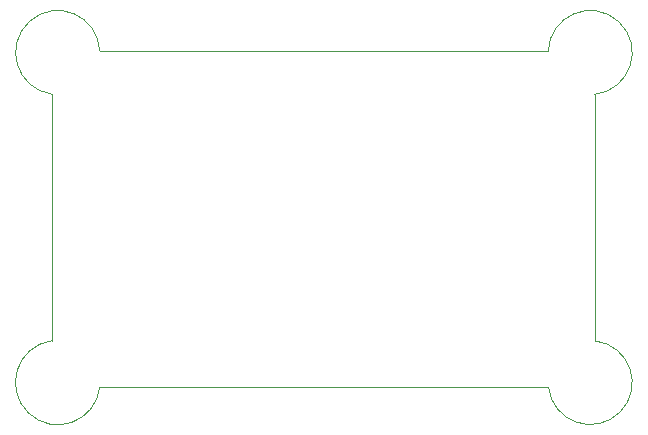
<source format=gm1>
%TF.GenerationSoftware,KiCad,Pcbnew,8.0.7*%
%TF.CreationDate,2025-02-10T19:55:19+01:00*%
%TF.ProjectId,0004-MCU-Datalogger,30303034-2d4d-4435-952d-446174616c6f,1*%
%TF.SameCoordinates,Original*%
%TF.FileFunction,Profile,NP*%
%FSLAX46Y46*%
G04 Gerber Fmt 4.6, Leading zero omitted, Abs format (unit mm)*
G04 Created by KiCad (PCBNEW 8.0.7) date 2025-02-10 19:55:19*
%MOMM*%
%LPD*%
G01*
G04 APERTURE LIST*
%TA.AperFunction,Profile*%
%ADD10C,0.050000*%
%TD*%
G04 APERTURE END LIST*
D10*
X126111000Y-88011000D02*
G75*
G02*
X122049227Y-84089592I-3556000J381000D01*
G01*
X164084000Y-59563000D02*
G75*
G02*
X168019073Y-63228018I3556000J-127000D01*
G01*
X122051785Y-63212505D02*
G75*
G02*
X126111000Y-59563000I503215J3522505D01*
G01*
X122049227Y-84089592D02*
X122052106Y-63210260D01*
X168019073Y-63228017D02*
X168019073Y-84095764D01*
X168021764Y-84095764D02*
G75*
G02*
X164105435Y-88008704I-381764J-3534236D01*
G01*
X126111000Y-88011000D02*
X164101983Y-88009073D01*
X126111000Y-59563000D02*
X164084000Y-59563000D01*
M02*

</source>
